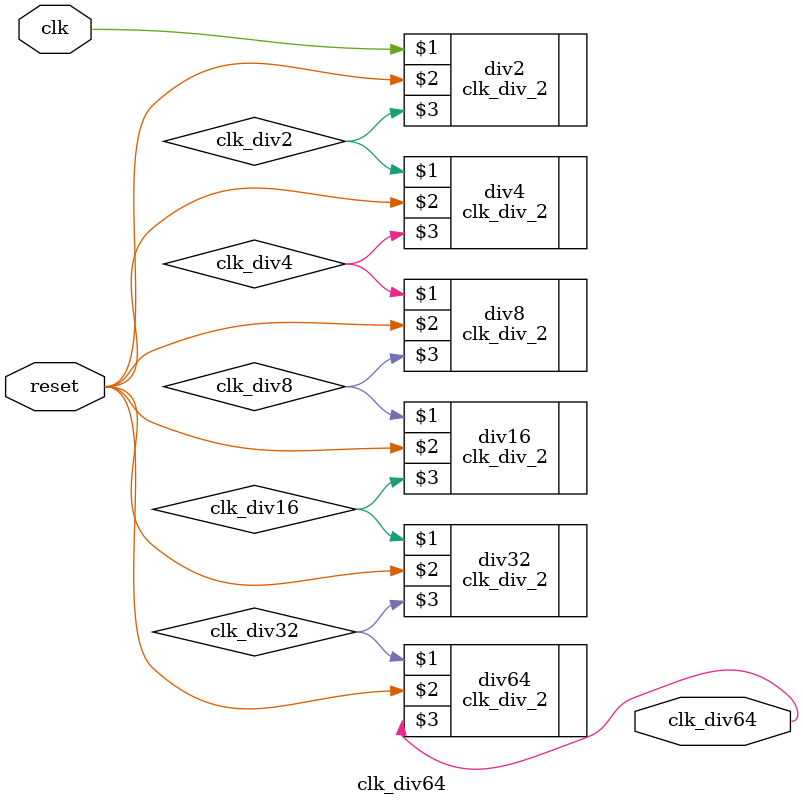
<source format=v>
`timescale 1ns / 1ps
module Counter(
    input clk,
	 input reset,
	 output [6:0] LSB,
	 output [6:0] MSB);
	 
	 wire ctrl2;
	 wire ctrl1;
	 wire clk_div;
	 reg [7:0] data;
	 reg [13:0] counter;
	 
	 clk_div64 divider (clk, reset, clk_div);
	 
	 Seven_seg LSB_disp (data[3:0], ctrl2, LSB[6:0]);
	 Seven_seg MSB_disp (data[7:4], ctrl1, MSB[6:0]);

	 always @ (posedge clk_div or negedge reset)
	 begin
	     if (~reset)
		  begin
		      data <= 8'b0;
				counter <= 21'b0;
		  end
		  else
		  begin
	         if (counter == 14'b11111111111111)  //21'b111000001111111111111
		      begin
					 if (data[7:0] == 8'b10011001)
					 begin
				        data[7:0] <= 8'b0;
					 end
				    else 
					 begin
		              if (data[3:0] == 4'b1001)
					     begin
			               data[3:0] <= 4'b0;
					         data[7:4] <= data[7:4] + 1'b1;
					     end
				        else
				            data[3:0] <= data[3:0] + 1'b1;
				    end
				    counter <= 21'b0;
		      end
		      else
		          counter <= counter + 1'b1;
	     end
	 end
	 
	 assign ctrl1 = ~(data[7] | data[6] | data[5] | data[4]);
	 assign ctrl2 = ~(~ctrl1 | data[3] | data[2] | data[1] | data[0]);
	 
endmodule

module clk_div64(
    input clk,
	 input reset,
	 output clk_div64);
	 
	 wire clk_div2;
	 wire clk_div4;
	 wire clk_div8;
	 wire clk_div16;
	 wire clk_div32;
	 
	 clk_div_2 div2  (clk, reset, clk_div2);
	 clk_div_2 div4  (clk_div2, reset, clk_div4);
	 clk_div_2 div8  (clk_div4, reset, clk_div8);
	 clk_div_2 div16 (clk_div8, reset, clk_div16);
	 clk_div_2 div32 (clk_div16, reset, clk_div32);
	 clk_div_2 div64 (clk_div32, reset, clk_div64);
	 
endmodule

</source>
